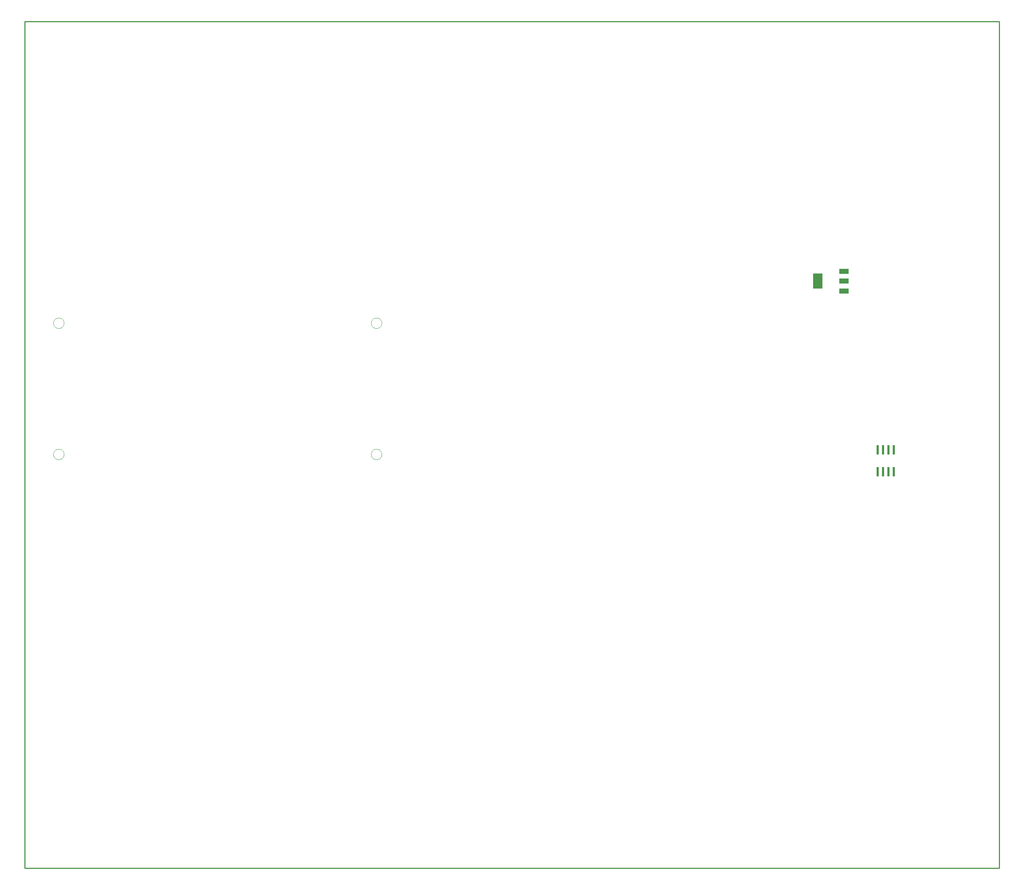
<source format=gbr>
G75*
%MOIN*%
%OFA0B0*%
%FSLAX24Y24*%
%IPPOS*%
%LPD*%
%AMOC8*
5,1,8,0,0,1.08239X$1,22.5*
%
%ADD10C,0.0100*%
%ADD11C,0.0000*%
%ADD12R,0.0236X0.0866*%
%ADD13R,0.0880X0.0480*%
%ADD14R,0.0866X0.1417*%
D10*
X002450Y003050D02*
X002450Y081790D01*
X093001Y081790D01*
X093001Y003050D01*
X002450Y003050D01*
D11*
X005094Y041548D02*
X005096Y041592D01*
X005102Y041636D01*
X005112Y041679D01*
X005125Y041721D01*
X005143Y041761D01*
X005164Y041800D01*
X005188Y041837D01*
X005215Y041872D01*
X005246Y041904D01*
X005279Y041933D01*
X005315Y041959D01*
X005353Y041981D01*
X005393Y042000D01*
X005434Y042016D01*
X005477Y042028D01*
X005520Y042036D01*
X005564Y042040D01*
X005608Y042040D01*
X005652Y042036D01*
X005695Y042028D01*
X005738Y042016D01*
X005779Y042000D01*
X005819Y041981D01*
X005857Y041959D01*
X005893Y041933D01*
X005926Y041904D01*
X005957Y041872D01*
X005984Y041837D01*
X006008Y041800D01*
X006029Y041761D01*
X006047Y041721D01*
X006060Y041679D01*
X006070Y041636D01*
X006076Y041592D01*
X006078Y041548D01*
X006076Y041504D01*
X006070Y041460D01*
X006060Y041417D01*
X006047Y041375D01*
X006029Y041335D01*
X006008Y041296D01*
X005984Y041259D01*
X005957Y041224D01*
X005926Y041192D01*
X005893Y041163D01*
X005857Y041137D01*
X005819Y041115D01*
X005779Y041096D01*
X005738Y041080D01*
X005695Y041068D01*
X005652Y041060D01*
X005608Y041056D01*
X005564Y041056D01*
X005520Y041060D01*
X005477Y041068D01*
X005434Y041080D01*
X005393Y041096D01*
X005353Y041115D01*
X005315Y041137D01*
X005279Y041163D01*
X005246Y041192D01*
X005215Y041224D01*
X005188Y041259D01*
X005164Y041296D01*
X005143Y041335D01*
X005125Y041375D01*
X005112Y041417D01*
X005102Y041460D01*
X005096Y041504D01*
X005094Y041548D01*
X005094Y053752D02*
X005096Y053796D01*
X005102Y053840D01*
X005112Y053883D01*
X005125Y053925D01*
X005143Y053965D01*
X005164Y054004D01*
X005188Y054041D01*
X005215Y054076D01*
X005246Y054108D01*
X005279Y054137D01*
X005315Y054163D01*
X005353Y054185D01*
X005393Y054204D01*
X005434Y054220D01*
X005477Y054232D01*
X005520Y054240D01*
X005564Y054244D01*
X005608Y054244D01*
X005652Y054240D01*
X005695Y054232D01*
X005738Y054220D01*
X005779Y054204D01*
X005819Y054185D01*
X005857Y054163D01*
X005893Y054137D01*
X005926Y054108D01*
X005957Y054076D01*
X005984Y054041D01*
X006008Y054004D01*
X006029Y053965D01*
X006047Y053925D01*
X006060Y053883D01*
X006070Y053840D01*
X006076Y053796D01*
X006078Y053752D01*
X006076Y053708D01*
X006070Y053664D01*
X006060Y053621D01*
X006047Y053579D01*
X006029Y053539D01*
X006008Y053500D01*
X005984Y053463D01*
X005957Y053428D01*
X005926Y053396D01*
X005893Y053367D01*
X005857Y053341D01*
X005819Y053319D01*
X005779Y053300D01*
X005738Y053284D01*
X005695Y053272D01*
X005652Y053264D01*
X005608Y053260D01*
X005564Y053260D01*
X005520Y053264D01*
X005477Y053272D01*
X005434Y053284D01*
X005393Y053300D01*
X005353Y053319D01*
X005315Y053341D01*
X005279Y053367D01*
X005246Y053396D01*
X005215Y053428D01*
X005188Y053463D01*
X005164Y053500D01*
X005143Y053539D01*
X005125Y053579D01*
X005112Y053621D01*
X005102Y053664D01*
X005096Y053708D01*
X005094Y053752D01*
X034622Y053752D02*
X034624Y053796D01*
X034630Y053840D01*
X034640Y053883D01*
X034653Y053925D01*
X034671Y053965D01*
X034692Y054004D01*
X034716Y054041D01*
X034743Y054076D01*
X034774Y054108D01*
X034807Y054137D01*
X034843Y054163D01*
X034881Y054185D01*
X034921Y054204D01*
X034962Y054220D01*
X035005Y054232D01*
X035048Y054240D01*
X035092Y054244D01*
X035136Y054244D01*
X035180Y054240D01*
X035223Y054232D01*
X035266Y054220D01*
X035307Y054204D01*
X035347Y054185D01*
X035385Y054163D01*
X035421Y054137D01*
X035454Y054108D01*
X035485Y054076D01*
X035512Y054041D01*
X035536Y054004D01*
X035557Y053965D01*
X035575Y053925D01*
X035588Y053883D01*
X035598Y053840D01*
X035604Y053796D01*
X035606Y053752D01*
X035604Y053708D01*
X035598Y053664D01*
X035588Y053621D01*
X035575Y053579D01*
X035557Y053539D01*
X035536Y053500D01*
X035512Y053463D01*
X035485Y053428D01*
X035454Y053396D01*
X035421Y053367D01*
X035385Y053341D01*
X035347Y053319D01*
X035307Y053300D01*
X035266Y053284D01*
X035223Y053272D01*
X035180Y053264D01*
X035136Y053260D01*
X035092Y053260D01*
X035048Y053264D01*
X035005Y053272D01*
X034962Y053284D01*
X034921Y053300D01*
X034881Y053319D01*
X034843Y053341D01*
X034807Y053367D01*
X034774Y053396D01*
X034743Y053428D01*
X034716Y053463D01*
X034692Y053500D01*
X034671Y053539D01*
X034653Y053579D01*
X034640Y053621D01*
X034630Y053664D01*
X034624Y053708D01*
X034622Y053752D01*
X034622Y041548D02*
X034624Y041592D01*
X034630Y041636D01*
X034640Y041679D01*
X034653Y041721D01*
X034671Y041761D01*
X034692Y041800D01*
X034716Y041837D01*
X034743Y041872D01*
X034774Y041904D01*
X034807Y041933D01*
X034843Y041959D01*
X034881Y041981D01*
X034921Y042000D01*
X034962Y042016D01*
X035005Y042028D01*
X035048Y042036D01*
X035092Y042040D01*
X035136Y042040D01*
X035180Y042036D01*
X035223Y042028D01*
X035266Y042016D01*
X035307Y042000D01*
X035347Y041981D01*
X035385Y041959D01*
X035421Y041933D01*
X035454Y041904D01*
X035485Y041872D01*
X035512Y041837D01*
X035536Y041800D01*
X035557Y041761D01*
X035575Y041721D01*
X035588Y041679D01*
X035598Y041636D01*
X035604Y041592D01*
X035606Y041548D01*
X035604Y041504D01*
X035598Y041460D01*
X035588Y041417D01*
X035575Y041375D01*
X035557Y041335D01*
X035536Y041296D01*
X035512Y041259D01*
X035485Y041224D01*
X035454Y041192D01*
X035421Y041163D01*
X035385Y041137D01*
X035347Y041115D01*
X035307Y041096D01*
X035266Y041080D01*
X035223Y041068D01*
X035180Y041060D01*
X035136Y041056D01*
X035092Y041056D01*
X035048Y041060D01*
X035005Y041068D01*
X034962Y041080D01*
X034921Y041096D01*
X034881Y041115D01*
X034843Y041137D01*
X034807Y041163D01*
X034774Y041192D01*
X034743Y041224D01*
X034716Y041259D01*
X034692Y041296D01*
X034671Y041335D01*
X034653Y041375D01*
X034640Y041417D01*
X034630Y041460D01*
X034624Y041504D01*
X034622Y041548D01*
D12*
X081700Y041974D03*
X082200Y041974D03*
X082700Y041974D03*
X083200Y041974D03*
X083200Y039926D03*
X082700Y039926D03*
X082200Y039926D03*
X081700Y039926D03*
D13*
X078570Y056740D03*
X078570Y057650D03*
X078570Y058560D03*
D14*
X076130Y057650D03*
M02*

</source>
